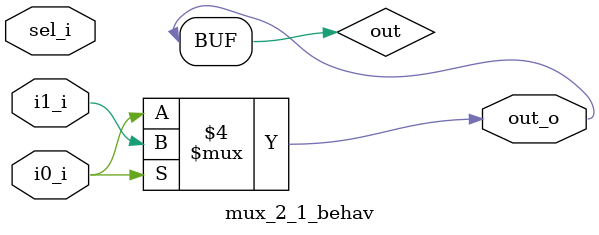
<source format=v>
module mux_2_1_behav (
input   i0_i,
input   i1_i,
input   sel_i,
output  out_o   
);

reg out;

always @(i0_i or i1_i) begin
    if (i0_i == 1'b0) begin
        out = i0_i;
    end
    else begin
        out = i1_i;
    end
end

assign out_o = out;
    
endmodule
</source>
